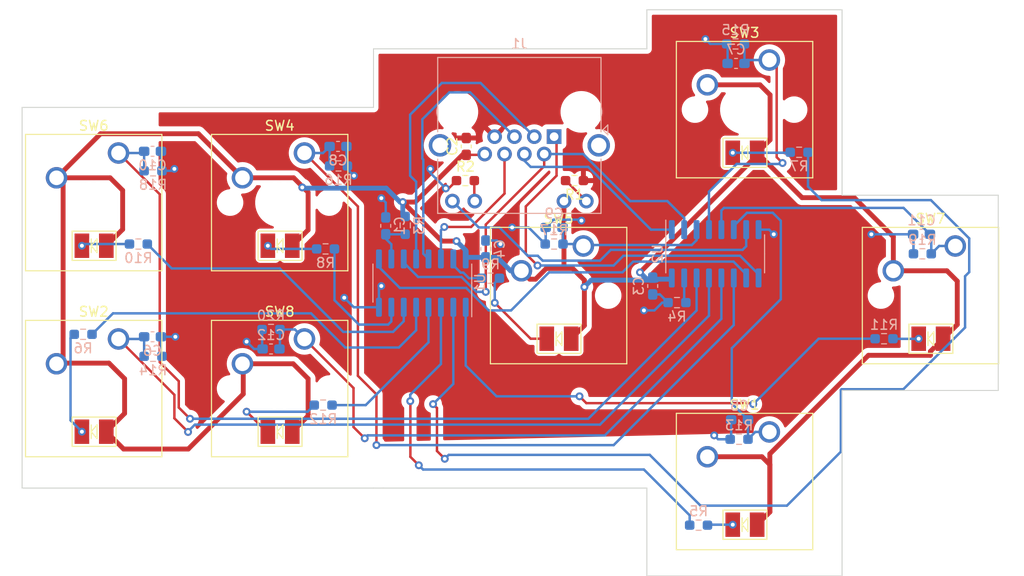
<source format=kicad_pcb>
(kicad_pcb (version 20211014) (generator pcbnew)
  (layers (0 "F.Cu" signal) (31 "B.Cu" signal) (34 "B.Paste" user) (35 "F.Paste" user) (36 "B.SilkS" user "B.Silkscreen") (37 "F.SilkS" user "F.Silkscreen") (38 "B.Mask" user) (39 "F.Mask" user) (44 "Edge.Cuts" user))
  (net 0 "")
  (net 1 "/dout_clear_n")
  (net 2 "GND")
  (net 3 "+3V3")
  (net 4 "/din0")
  (net 5 "/din1")
  (net 6 "/din2")
  (net 7 "/din3")
  (net 8 "/din4")
  (net 9 "/din5")
  (net 10 "/din6")
  (net 11 "/din7")
  (net 12 "/dout")
  (net 13 "/dout_shift_clk")
  (net 14 "/clk")
  (net 15 "/din_pl_n")
  (net 16 "/dout_oe_n")
  (net 17 "/din")
  (net 19 "Net-(J1-Pad9)")
  (net 20 "Net-(J1-Pad11)")
  (net 21 "/in_act")
  (net 22 "/din_clk_en_n")
  (net 23 "/dout0")
  (net 24 "/dout1")
  (net 25 "/dout2")
  (net 26 "/dout3")
  (net 27 "/dout4")
  (net 28 "/dout5")
  (net 29 "/dout6")
  (net 30 "/dout7")
  (net 31 "/data_shift")
  (net 32 "Net-(R5-Pad1)")
  (net 33 "Net-(R7-Pad1)")
  (net 34 "Net-(R8-Pad1)")
  (net 35 "Net-(R9-Pad1)")
  (net 36 "Net-(R10-Pad1)")
  (net 37 "Net-(R11-Pad1)")
  (net 38 "Net-(R12-Pad1)")
  (net 39 "Net-(SW2-Pad3)")
  (footprint "Resistor_SMD:R_0603_1608Metric_Pad0.98x0.95mm_HandSolder" (layer "F.Cu") (at 189.5875 69.5 180)
    (fp_text reference "R1")
    (fp_text value "1k")
  )
  (footprint "Resistor_SMD:R_0603_1608Metric_Pad0.98x0.95mm_HandSolder" (layer "F.Cu") (at 178.4125 69.5)
    (fp_text reference "R2")
    (fp_text value "1k")
  )
  (footprint "good_things:SW_Cherry_MX_1.00u_PCB_smd_led" (layer "F.Cu") (at 142.875 85.725)
    (fp_text reference "SW2")
    (fp_text value "SW_Push_LED")
  )
  (footprint "good_things:SW_Cherry_MX_1.00u_PCB_smd_led" (layer "F.Cu") (at 142.875 66.675)
    (fp_text reference "SW6")
    (fp_text value "SW_Push_LED")
  )
  (footprint "good_things:SW_Cherry_MX_1.00u_PCB_smd_led" (layer "F.Cu") (at 209.55 95.25)
    (fp_text reference "SW1")
    (fp_text value "SW_Push_LED")
  )
  (footprint "good_things:SW_Cherry_MX_1.00u_PCB_smd_led" (layer "F.Cu") (at 190.5 76.2)
    (fp_text reference "SW5")
    (fp_text value "SW_Push_LED")
  )
  (footprint "Capacitor_SMD:C_0603_1608Metric_Pad1.08x0.95mm_HandSolder" (layer "F.Cu") (at 178.5 66 90)
    (fp_text reference "C2")
    (fp_text value "4u7")
  )
  (footprint "good_things:SW_Cherry_MX_1.00u_PCB_smd_led" (layer "F.Cu") (at 161.925 66.675)
    (fp_text reference "SW4")
    (fp_text value "SW_Push_LED")
  )
  (footprint "good_things:SW_Cherry_MX_1.00u_PCB_smd_led" (layer "F.Cu") (at 161.925 85.725)
    (fp_text reference "SW8")
    (fp_text value "SW_Push_LED")
  )
  (footprint "good_things:SW_Cherry_MX_1.00u_PCB_smd_led" (layer "F.Cu") (at 209.55 57.15)
    (fp_text reference "SW3")
    (fp_text value "SW_Push_LED")
  )
  (footprint "good_things:SW_Cherry_MX_1.00u_PCB_smd_led" (layer "F.Cu") (at 228.6 76.2)
    (fp_text reference "SW7")
    (fp_text value "SW_Push_LED")
  )
  (footprint "Resistor_SMD:R_0603_1608Metric_Pad0.98x0.95mm_HandSolder" (layer "B.Cu") (at 158.5 84.75 180)
    (fp_text reference "R20")
    (fp_text value "10k")
  )
  (footprint "Resistor_SMD:R_0603_1608Metric_Pad0.98x0.95mm_HandSolder" (layer "B.Cu") (at 225.225 77 180)
    (fp_text reference "R19")
    (fp_text value "10k")
  )
  (footprint "Resistor_SMD:R_0603_1608Metric_Pad0.98x0.95mm_HandSolder" (layer "B.Cu") (at 144.9125 76)
    (fp_text reference "R10")
    (fp_text value "680")
  )
  (footprint "Capacitor_SMD:C_0603_1608Metric_Pad1.08x0.95mm_HandSolder" (layer "B.Cu") (at 197.6 80.3 -90)
    (fp_text reference "C3")
    (fp_text value "100n")
  )
  (footprint "Capacitor_SMD:C_0603_1608Metric_Pad1.08x0.95mm_HandSolder" (layer "B.Cu") (at 170.25 74.1375 90)
    (fp_text reference "C1")
    (fp_text value "100n")
  )
  (footprint "Capacitor_SMD:C_0603_1608Metric_Pad1.08x0.95mm_HandSolder" (layer "B.Cu") (at 146.3625 85.5)
    (fp_text reference "C6")
    (fp_text value "100n")
  )
  (footprint "Capacitor_SMD:C_0603_1608Metric_Pad1.08x0.95mm_HandSolder" (layer "B.Cu") (at 165.3625 66)
    (fp_text reference "C8")
    (fp_text value "100n")
  )
  (footprint "Resistor_SMD:R_0603_1608Metric_Pad0.98x0.95mm_HandSolder" (layer "B.Cu") (at 146.4125 68.5)
    (fp_text reference "R18")
    (fp_text value "10k")
  )
  (footprint "Resistor_SMD:R_0603_1608Metric_Pad0.98x0.95mm_HandSolder" (layer "B.Cu") (at 172.25 74.0875 90)
    (fp_text reference "R3")
    (fp_text value "10k")
  )
  (footprint "Resistor_SMD:R_0603_1608Metric_Pad0.98x0.95mm_HandSolder" (layer "B.Cu") (at 206.45 96 180)
    (fp_text reference "R13")
    (fp_text value "10k")
  )
  (footprint "Resistor_SMD:R_0603_1608Metric_Pad0.98x0.95mm_HandSolder" (layer "B.Cu") (at 206.0875 55.5 180)
    (fp_text reference "R15")
    (fp_text value "10k")
  )
  (footprint "Resistor_SMD:R_0603_1608Metric_Pad0.98x0.95mm_HandSolder" (layer "B.Cu") (at 163.8375 92.5)
    (fp_text reference "R12")
    (fp_text value "680")
  )
  (footprint "Resistor_SMD:R_0603_1608Metric_Pad0.98x0.95mm_HandSolder" (layer "B.Cu") (at 212.6 66.6)
    (fp_text reference "R7")
    (fp_text value "680")
  )
  (footprint "Resistor_SMD:R_0603_1608Metric_Pad0.98x0.95mm_HandSolder" (layer "B.Cu") (at 164.0875 76.5)
    (fp_text reference "R8")
    (fp_text value "680")
  )
  (footprint "Connector_RJ:RJ45_Amphenol_RJHSE538X" (layer "B.Cu") (at 187.5 65 180)
    (fp_text reference "J1")
    (fp_text value "RJE37-188-2410")
  )
  (footprint "Capacitor_SMD:C_0603_1608Metric_Pad1.08x0.95mm_HandSolder" (layer "B.Cu") (at 158.5 86.75 180)
    (fp_text reference "C12")
    (fp_text value "100n")
  )
  (footprint "Resistor_SMD:R_0603_1608Metric_Pad0.98x0.95mm_HandSolder" (layer "B.Cu") (at 165.4125 68)
    (fp_text reference "R16")
    (fp_text value "10k")
  )
  (footprint "Resistor_SMD:R_0603_1608Metric_Pad0.98x0.95mm_HandSolder" (layer "B.Cu") (at 200.0875 82)
    (fp_text reference "R4")
    (fp_text value "10k")
  )
  (footprint "Capacitor_SMD:C_0603_1608Metric_Pad1.08x0.95mm_HandSolder" (layer "B.Cu") (at 146.3625 66.5)
    (fp_text reference "C10")
    (fp_text value "100n")
  )
  (footprint "Package_SO:SOIC-16_3.9x9.9mm_P1.27mm" (layer "B.Cu") (at 204 77 -90)
    (fp_text reference "U2")
    (fp_text value "74HC165")
  )
  (footprint "Resistor_SMD:R_0603_1608Metric_Pad0.98x0.95mm_HandSolder" (layer "B.Cu") (at 187.5 76 180)
    (fp_text reference "R17")
    (fp_text value "10k")
  )
  (footprint "Resistor_SMD:R_0603_1608Metric_Pad0.98x0.95mm_HandSolder" (layer "B.Cu") (at 180.9875 79.5 180)
    (fp_text reference "R9")
    (fp_text value "680")
  )
  (footprint "Package_SO:SOIC-16_3.9x9.9mm_P1.27mm" (layer "B.Cu") (at 174 80 90)
    (fp_text reference "U1")
    (fp_text value "NPIC6C596ADJ")
  )
  (footprint "Capacitor_SMD:C_0603_1608Metric_Pad1.08x0.95mm_HandSolder" (layer "B.Cu") (at 225.1375 75 180)
    (fp_text reference "C11")
    (fp_text value "100n")
  )
  (footprint "Resistor_SMD:R_0603_1608Metric_Pad0.98x0.95mm_HandSolder" (layer "B.Cu") (at 221.3 85.7 180)
    (fp_text reference "R11")
    (fp_text value "680")
  )
  (footprint "Capacitor_SMD:C_0603_1608Metric_Pad1.08x0.95mm_HandSolder" (layer "B.Cu") (at 206.1375 57.5 180)
    (fp_text reference "C7")
    (fp_text value "100n")
  )
  (footprint "Capacitor_SMD:C_0603_1608Metric_Pad1.08x0.95mm_HandSolder" (layer "B.Cu") (at 180.5 76.5 90)
    (fp_text reference "C4")
    (fp_text value "100n")
  )
  (footprint "Resistor_SMD:R_0603_1608Metric_Pad0.98x0.95mm_HandSolder" (layer "B.Cu") (at 146.4125 87.5)
    (fp_text reference "R14")
    (fp_text value "10k")
  )
  (footprint "Capacitor_SMD:C_0603_1608Metric_Pad1.08x0.95mm_HandSolder" (layer "B.Cu") (at 206.5 94 180)
    (fp_text reference "C5")
    (fp_text value "100n")
  )
  (footprint "Capacitor_SMD:C_0603_1608Metric_Pad1.08x0.95mm_HandSolder" (layer "B.Cu") (at 187.5 74.3 180)
    (fp_text reference "C9")
    (fp_text value "100n")
  )
  (footprint "Resistor_SMD:R_0603_1608Metric_Pad0.98x0.95mm_HandSolder" (layer "B.Cu") (at 139.25 85.25)
    (fp_text reference "R6")
    (fp_text value "680")
  )
  (footprint "Resistor_SMD:R_0603_1608Metric_Pad0.98x0.95mm_HandSolder" (layer "B.Cu") (at 202.3 104.8 180)
    (fp_text reference "R5")
    (fp_text value "680")
  )
  (gr_line (start 133 101) (end 169 101) (layer "Edge.Cuts") (width 0.1))
  (gr_line (start 169 101) (end 170 101) (layer "Edge.Cuts") (width 0.1))
  (gr_line (start 217 71) (end 217 52) (layer "Edge.Cuts") (width 0.1))
  (gr_line (start 233 91) (end 233 71) (layer "Edge.Cuts") (width 0.1))
  (gr_line (start 233 71) (end 217 71) (layer "Edge.Cuts") (width 0.1))
  (gr_line (start 133 62) (end 133 101) (layer "Edge.Cuts") (width 0.1))
  (gr_line (start 197 56) (end 197 56) (layer "Edge.Cuts") (width 0.1))
  (gr_line (start 170 101) (end 197 101) (layer "Edge.Cuts") (width 0.1))
  (gr_line (start 217 52) (end 197 52) (layer "Edge.Cuts") (width 0.1))
  (gr_line (start 217 91) (end 233 91) (layer "Edge.Cuts") (width 0.1))
  (gr_line (start 197 110) (end 217 110) (layer "Edge.Cuts") (width 0.1))
  (gr_line (start 169 56) (end 169 58) (layer "Edge.Cuts") (width 0.1))
  (gr_line (start 197 101) (end 197 110) (layer "Edge.Cuts") (width 0.1))
  (gr_line (start 197 52) (end 197 56) (layer "Edge.Cuts") (width 0.1))
  (gr_line (start 169 58) (end 169 62) (layer "Edge.Cuts") (width 0.1))
  (gr_line (start 169 62) (end 133 62) (layer "Edge.Cuts") (width 0.1))
  (gr_line (start 197 56) (end 169 56) (layer "Edge.Cuts") (width 0.1))
  (gr_line (start 217 110) (end 217 91) (layer "Edge.Cuts") (width 0.1))
  (segment (start 170.825 76.025) (end 170.825 77.525) (width 0.25) (layer "B.Cu") (net 1))
  (segment (start 172.25 75) (end 170.25 75) (width 0.25) (layer "B.Cu") (net 1))
  (segment (start 170.25 75) (end 170.25 75.45) (width 0.25) (layer "B.Cu") (net 1))
  (segment (start 170.25 75.45) (end 170.825 76.025) (width 0.25) (layer "B.Cu") (net 1))
  (segment (start 177.1 69.9) (end 176.7 70.3) (width 0.25) (layer "F.Cu") (net 2))
  (segment (start 177.5 69.5) (end 177.1 69.9) (width 0.25) (layer "F.Cu") (net 2))
  (segment (start 176.7 70.3) (end 176.4 70.3) (width 0.25) (layer "F.Cu") (net 2))
  (via (at 183.2 74.3) (size 0.8) (drill 0.4) (layers "F.Cu" "B.Cu") (net 2))
  (via (at 166 81.5) (size 0.8) (drill 0.4) (layers "F.Cu" "B.Cu") (net 2))
  (via (at 182 76) (size 0.8) (drill 0.4) (layers "F.Cu" "B.Cu") (net 2))
  (via (at 169.8 80.3) (size 0.8) (drill 0.4) (layers "F.Cu" "B.Cu") (net 2))
  (via (at 148.6 68.3) (size 0.8) (drill 0.4) (layers "F.Cu" "B.Cu") (net 2))
  (via (at 156 86) (size 0.8) (drill 0.4) (layers "F.Cu" "B.Cu") (net 2))
  (via (at 190.3 73.6) (size 0.8) (drill 0.4) (layers "F.Cu" "B.Cu") (net 2))
  (via (at 220 75) (size 0.8) (drill 0.4) (layers "F.Cu" "B.Cu") (net 2))
  (via (at 167 69) (size 0.8) (drill 0.4) (layers "F.Cu" "B.Cu") (net 2))
  (via (at 148.7 85.5) (size 0.8) (drill 0.4) (layers "F.Cu" "B.Cu") (net 2))
  (via (at 203.9 95.6) (size 0.8) (drill 0.4) (layers "F.Cu" "B.Cu") (net 2))
  (via (at 176.4 70.3) (size 0.8) (drill 0.4) (layers "F.Cu" "B.Cu") (net 2))
  (via (at 174.8245 68.3) (size 0.8) (drill 0.4) (layers "F.Cu" "B.Cu") (net 2))
  (via (at 210 75) (size 0.8) (drill 0.4) (layers "F.Cu" "B.Cu") (net 2))
  (via (at 196.7 82.8) (size 0.8) (drill 0.4) (layers "F.Cu" "B.Cu") (net 2))
  (via (at 169.8 71.3) (size 0.8) (drill 0.4) (layers "F.Cu" "B.Cu") (net 2))
  (via (at 203 55) (size 0.8) (drill 0.4) (layers "F.Cu" "B.Cu") (net 2))
  (segment (start 205.6375 94) (end 205.6375 95.9) (width 0.25) (layer "B.Cu") (net 2))
  (segment (start 180.5 75.6375) (end 181.6375 75.6375) (width 0.25) (layer "B.Cu") (net 2))
  (segment (start 224.3125 77) (end 224.3125 75.0375) (width 0.25) (layer "B.Cu") (net 2))
  (segment (start 148.4 68.5) (end 148.6 68.3) (width 0.25) (layer "B.Cu") (net 2))
  (segment (start 205.275 55.6) (end 205.175 55.5) (width 0.25) (layer "B.Cu") (net 2))
  (segment (start 147.225 85.5) (end 148.7 85.5) (width 0.25) (layer "B.Cu") (net 2))
  (segment (start 174.8245 68.7245) (end 174.8245 68.3) (width 0.25) (layer "B.Cu") (net 2))
  (segment (start 198.3375 81.1625) (end 199.175 82) (width 0.25) (layer "B.Cu") (net 2))
  (segment (start 166.225 66) (end 166.225 67.9) (width 0.25) (layer "B.Cu") (net 2))
  (segment (start 166.325 68.325) (end 167 69) (width 0.25) (layer "B.Cu") (net 2))
  (segment (start 187.43702 73.50048) (end 190.20048 73.50048) (width 0.25) (layer "B.Cu") (net 2))
  (segment (start 186.6375 74.3) (end 187.43702 73.50048) (width 0.25) (layer "B.Cu") (net 2))
  (segment (start 224.3125 75.0375) (end 224.275 75) (width 0.25) (layer "B.Cu") (net 2))
  (segment (start 205.275 57.5) (end 205.275 55.6) (width 0.25) (layer "B.Cu") (net 2))
  (segment (start 169.8 71.3) (end 170.25 71.75) (width 0.25) (layer "B.Cu") (net 2))
  (segment (start 147.225 87.4) (end 147.325 87.5) (width 0.25) (layer "B.Cu") (net 2))
  (segment (start 197.6 81.1625) (end 198.3375 81.1625) (width 0.25) (layer "B.Cu") (net 2))
  (segment (start 196.7 82.8) (end 197.775 82.8) (width 0.25) (layer "B.Cu") (net 2))
  (segment (start 224.275 75) (end 220 75) (width 0.25) (layer "B.Cu") (net 2))
  (segment (start 197.775 82.8) (end 198.575 82) (width 0.25) (layer "B.Cu") (net 2))
  (segment (start 208.445 74.525) (end 209.525 74.525) (width 0.25) (layer "B.Cu") (net 2))
  (segment (start 169.555 80.545) (end 169.8 80.3) (width 0.25) (layer "B.Cu") (net 2))
  (segment (start 156.75 86.75) (end 156 86) (width 0.25) (layer "B.Cu") (net 2))
  (segment (start 186.6375 75.95) (end 186.5875 76) (width 0.25) (layer "B.Cu") (net 2))
  (segment (start 204.3 96) (end 203.9 95.6) (width 0.25) (layer "B.Cu") (net 2))
  (segment (start 183.2 74.3) (end 184.8875 74.3) (width 0.25) (layer "B.Cu") (net 2))
  (segment (start 147.225 85.5) (end 147.225 87.4) (width 0.25) (layer "B.Cu") (net 2))
  (segment (start 176.4 70.3) (end 174.8245 68.7245) (width 0.25) (layer "B.Cu") (net 2))
  (segment (start 205.5375 96) (end 204.3 96) (width 0.25) (layer "B.Cu") (net 2))
  (segment (start 205.6375 95.9) (end 205.5375 96) (width 0.25) (layer "B.Cu") (net 2))
  (segment (start 147.325 68.5) (end 148.4 68.5) (width 0.25) (layer "B.Cu") (net 2))
  (segment (start 166 81.5) (end 166.975 82.475) (width 0.25) (layer "B.Cu") (net 2))
  (segment (start 166.325 68) (end 166.325 68.325) (width 0.25) (layer "B.Cu") (net 2))
  (segment (start 181.6375 75.6375) (end 182 76) (width 0.25) (layer "B.Cu") (net 2))
  (segment (start 205.175 55.5) (end 203.5 55.5) (width 0.25) (layer "B.Cu") (net 2))
  (segment (start 184.8875 74.3) (end 186.5875 76) (width 0.25) (layer "B.Cu") (net 2))
  (segment (start 157.5875 84.75) (end 157.5875 86.7) (width 0.25) (layer "B.Cu") (net 2))
  (segment (start 147.225 68.4) (end 147.325 68.5) (width 0.25) (layer "B.Cu") (net 2))
  (segment (start 186.6375 74.3) (end 186.6375 75.95) (width 0.25) (layer "B.Cu") (net 2))
  (segment (start 198.575 82) (end 199.175 82) (width 0.25) (layer "B.Cu") (net 2))
  (segment (start 170.25 71.75) (end 170.25 73.275) (width 0.25) (layer "B.Cu") (net 2))
  (segment (start 166.975 82.475) (end 169.555 82.475) (width 0.25) (layer "B.Cu") (net 2))
  (segment (start 166.225 67.9) (end 166.325 68) (width 0.25) (layer "B.Cu") (net 2))
  (segment (start 203.5 55.5) (end 203 55) (width 0.25) (layer "B.Cu") (net 2))
  (segment (start 190.20048 73.50048) (end 190.3 73.6) (width 0.25) (layer "B.Cu") (net 2))
  (segment (start 157.6375 86.75) (end 156.75 86.75) (width 0.25) (layer "B.Cu") (net 2))
  (segment (start 209.525 74.525) (end 210 75) (width 0.25) (layer "B.Cu") (net 2))
  (segment (start 147.225 66.5) (end 147.225 68.4) (width 0.25) (layer "B.Cu") (net 2))
  (segment (start 169.555 82.475) (end 169.555 80.545) (width 0.25) (layer "B.Cu") (net 2))
  (segment (start 157.5875 86.7) (end 157.6375 86.75) (width 0.25) (layer "B.Cu") (net 2))
  (segment (start 162.3 93.6) (end 162.3 89.8) (width 0.5) (layer "F.Cu") (net 3))
  (segment (start 160.675 76.175) (end 162.3 74.55) (width 0.5) (layer "F.Cu") (net 3))
  (segment (start 151.06 64.7) (end 155.575 69.215) (width 0.5) (layer "F.Cu") (net 3))
  (segment (start 160.675 95.225) (end 162.3 93.6) (width 0.5) (layer "F.Cu") (net 3))
  (segment (start 208.3 104.75) (end 209.384521 103.665479) (width 0.5) (layer "F.Cu") (net 3))
  (segment (start 162.3 89.8) (end 160.765 88.265) (width 0.5) (layer "F.Cu") (net 3))
  (segment (start 228.8 84.25) (end 228.8 79.8) (width 0.5) (layer "F.Cu") (net 3))
  (segment (start 208.3 66.9) (end 196.3 78.9) (width 0.5) (layer "F.Cu") (net 3))
  (segment (start 226.049511 87.000489) (end 226.049511 87.399511) (width 0.5) (layer "F.Cu") (net 3))
  (segment (start 143.3 74.5) (end 143.3 70.5) (width 0.5) (layer "F.Cu") (net 3))
  (segment (start 208.59 59.69) (end 203.2 59.69) (width 0.5) (layer "F.Cu") (net 3))
  (segment (start 141.9 88.2) (end 136.59 88.2) (width 0.5) (layer "F.Cu") (net 3))
  (segment (start 160.815 69.215) (end 155.575 69.215) (width 0.5) (layer "F.Cu") (net 3))
  (segment (start 173.275386 71.7) (end 178.195386 66.78) (width 0.5) (layer "F.Cu") (net 3))
  (segment (start 209.62548 60.72548) (end 208.59 59.69) (width 0.5) (layer "F.Cu") (net 3))
  (segment (start 209.62548 65.32452) (end 209.62548 60.72548) (width 0.5) (layer "F.Cu") (net 3))
  (segment (start 227.74 78.74) (end 222.25 78.74) (width 0.5) (layer "F.Cu") (net 3))
  (segment (start 143.3 70.5) (end 142.015 69.215) (width 0.5) (layer "F.Cu") (net 3))
  (segment (start 219.700489 87.399511) (end 209.6 97.5) (width 0.5) (layer "F.Cu") (net 3))
  (segment (start 190.6 79.7) (end 189.805479 78.905479) (width 0.5) (layer "F.Cu") (net 3))
  (segment (start 190.2 79.3) (end 189.4 78.5) (width 0.5) (layer "F.Cu") (net 3))
  (segment (start 218.25002 71.25002) (end 212.90002 71.25002) (width 0.5) (layer "F.Cu") (net 3))
  (segment (start 136.59 88.2) (end 136.525 88.265) (width 0.5) (layer "F.Cu") (net 3))
  (segment (start 208.79 97.79) (end 203.2 97.79) (width 0.5) (layer "F.Cu") (net 3))
  (segment (start 209.6 103.45) (end 209.6 98.6) (width 0.5) (layer "F.Cu") (net 3))
  (segment (start 178.5 66.8625) (end 180.3055 66.8625) (width 0.25) (layer "F.Cu") (net 3))
  (segment (start 208.3 66.65) (end 209.62548 65.32452) (width 0.5) (layer "F.Cu") (net 3))
  (segment (start 141.04 64.7) (end 151.06 64.7) (width 0.5) (layer "F.Cu") (net 3))
  (segment (start 228.8 79.8) (end 227.74 78.74) (width 0.5) (layer "F.Cu") (net 3))
  (segment (start 190.6 80.4) (end 190.6 79.7) (width 0.5) (layer "F.Cu") (net 3))
  (segment (start 162.3 70.7) (end 160.815 69.215) (width 0.5) (layer "F.Cu") (net 3))
  (segment (start 141.625 95.225) (end 143.4 97) (width 0.5) (layer "F.Cu") (net 3))
  (segment (start 209.6 103.45) (end 209.384521 103.665479) (width 0.5) (layer "F.Cu") (net 3))
  (segment (start 227.35 85.7) (end 226.049511 87.000489) (width 0.5) (layer "F.Cu") (net 3))
  (segment (start 226.049511 87.399511) (end 219.700489 87.399511) (width 0.5) (layer "F.Cu") (net 3))
  (segment (start 222.25 78.74) (end 222.25 75.25) (width 0.5) (layer "F.Cu") (net 3))
  (segment (start 143.5 89.8) (end 141.9 88.2) (width 0.5) (layer "F.Cu") (net 3))
  (segment (start 177.5 75.7) (end 176 75.7) (width 0.5) (layer "F.Cu") (net 3))
  (segment (start 160.765 88.265) (end 155.575 88.265) (width 0.5) (layer "F.Cu") (net 3))
  (segment (start 136.525 69.215) (end 141.04 64.7) (width 0.5) (layer "F.Cu") (net 3))
  (segment (start 155.654521 91.363991) (end 155.654521 88.344521) (width 0.5) (layer "F.Cu") (net 3))
  (segment (start 209.6 98.6) (end 208.79 97.79) (width 0.5) (layer "F.Cu") (net 3))
  (segment (start 186.701391 78.5) (end 185.601391 79.6) (width 0.5) (layer "F.Cu") (net 3))
  (segment (start 189.25 85.7) (end 190.6 84.35) (width 0.5) (layer "F.Cu") (net 3))
  (segment (start 208.3 66.65) (end 208.3 66.9) (width 0.5) (layer "F.Cu") (net 3))
  (segment (start 142.015 69.215) (end 136.525 69.215) (width 0.5) (layer "F.Cu") (net 3))
  (segment (start 212.90002 71.25002) (end 208.3 66.65) (width 0.5) (layer "F.Cu") (net 3))
  (segment (start 172 71.7) (end 173.275386 71.7) (width 0.5) (layer "F.Cu") (net 3))
  (segment (start 188.51 71.6) (end 188.51 78.31) (width 0.5) (layer "F.Cu") (net 3))
  (segment (start 141.625 95.225) (end 143.5 93.35) (width 0.5) (layer "F.Cu") (net 3))
  (segment (start 209.6 97.5) (end 209.6 103.45) (width 0.5) (layer "F.Cu") (net 3))
  (segment (start 143.5 93.35) (end 143.5 89.8) (width 0.5) (layer "F.Cu") (net 3))
  (segment (start 143.4 97) (end 150.018512 97) (width 0.5) (layer "F.Cu") (net 3))
  (segment (start 141.625 76.175) (end 143.3 74.5) (width 0.5) (layer "F.Cu") (net 3))
  (segment (start 150.018512 97) (end 155.654521 91.363991) (width 0.5) (layer "F.Cu") (net 3))
  (segment (start 185.601391 79.6) (end 185.01 79.6) (width 0.5) (layer "F.Cu") (net 3))
  (segment (start 155.654521 88.344521) (end 155.575 88.265) (width 0.5) (layer "F.Cu") (net 3))
  (segment (start 137.2 69.89) (end 136.525 69.215) (width 0.5) (layer "F.Cu") (net 3))
  (segment (start 136.525 88.265) (end 137.2 87.59) (width 0.5) (layer "F.Cu") (net 3))
  (segment (start 222.25 75.25) (end 218.25002 71.25002) (width 0.5) (layer "F.Cu") (net 3))
  (segment (start 137.2 87.59) (end 137.2 69.89) (width 0.5) (layer "F.Cu") (net 3))
  (segment (start 190.6 84.35) (end 190.6 80.4) (width 0.5) (layer "F.Cu") (net 3))
  (segment (start 180.3055 66.8625) (end 180.388 66.78) (width 0.25) (layer "F.Cu") (net 3))
  (segment (start 189.4 78.5) (end 186.701391 78.5) (width 0.5) (layer "F.Cu") (net 3))
  (segment (start 185.01 79.6) (end 184.15 78.74) (width 0.5) (layer "F.Cu") (net 3))
  (segment (start 162.3 74.55) (end 162.3 70.7) (width 0.5) (layer "F.Cu") (net 3))
  (segment (start 227.35 85.7) (end 228.8 84.25) (width 0.5) (layer "F.Cu") (net 3))
  (segment (start 176 75.7) (end 172 71.7) (width 0.5) (layer "F.Cu") (net 3))
  (via (at 190.6 80.4) (size 0.8) (drill 0.4) (layers "F.Cu" "B.Cu") (net 3))
  (via (at 161.7 70.2) (size 0.8) (drill 0.4) (layers "F.Cu" "B.Cu") (net 3))
  (via (at 177.5 75.7) (size 0.8) (drill 0.4) (layers "F.Cu" "B.Cu") (net 3))
  (via (at 196.3 78.9) (size 0.8) (drill 0.4) (layers "F.Cu" "B.Cu") (net 3))
  (via (at 172 71.7) (size 0.8) (drill 0.4) (layers "F.Cu" "B.Cu") (net 3))
  (segment (start 161.7 70.2) (end 161.768064 70.2) (width 0.5) (layer "B.Cu") (net 3))
  (segment (start 178.445 77.525) (end 178.445 76.645) (width 0.5) (layer "B.Cu") (net 3))
  (segment (start 161.768064 70.2) (end 161.843553 70.275489) (width 0.5) (layer "B.Cu") (net 3))
  (segment (start 191.3 79.7) (end 190.6 80.4) (width 0.5) (layer "B.Cu") (net 3))
  (segment (start 197.9 79.6) (end 199.43 79.6) (width 0.5) (layer "B.Cu") (net 3))
  (segment (start 197.9 79.6) (end 197 79.6) (width 0.5) (layer "B.Cu") (net 3))
  (segment (start 178.6075 77.3625) (end 178.445 77.525) (width 0.5) (layer "B.Cu") (net 3))
  (segment (start 172 71.7) (end 172 72.925) (width 0.5) (layer "B.Cu") (net 3))
  (segment (start 199.43 79.6) (end 199.555 79.475) (width 0.5) (layer "B.Cu") (net 3))
  (segment (start 161.843553 70.275489) (end 170.300103 70.275489) (width 0.5) (layer "B.Cu") (net 3))
  (segment (start 171.724614 71.7) (end 172 71.7) (width 0.5) (layer "B.Cu") (net 3))
  (segment (start 184.15 78.74) (end 183.04 78.74) (width 0.5) (layer "B.Cu") (net 3))
  (segment (start 178.445 76.645) (end 177.5 75.7) (width 0.5) (layer "B.Cu") (net 3))
  (segment (start 180.5 77.3625) (end 178.6075 77.3625) (width 0.5) (layer "B.Cu") (net 3))
  (segment (start 197.9 79.6) (end 198 79.7) (width 0.5) (layer "B.Cu") (net 3))
  (segment (start 170.300103 70.275489) (end 171.724614 71.7) (width 0.5) (layer "B.Cu") (net 3))
  (segment (start 172 72.925) (end 172.25 73.175) (width 0.5) (layer "B.Cu") (net 3))
  (segment (start 197 79.6) (end 196.3 78.9) (width 0.5) (layer "B.Cu") (net 3))
  (segment (start 183.04 78.74) (end 181.6625 77.3625) (width 0.5) (layer "B.Cu") (net 3))
  (segment (start 198 79.7) (end 191.3 79.7) (width 0.5) (layer "B.Cu") (net 3))
  (segment (start 181.6625 77.3625) (end 180.5 77.3625) (width 0.5) (layer "B.Cu") (net 3))
  (segment (start 210.724511 81.650875) (end 205.7 86.675386) (width 0.25) (layer "B.Cu") (net 4))
  (segment (start 210.724511 73.624511) (end 210.724511 81.650875) (width 0.25) (layer "B.Cu") (net 4))
  (segment (start 209.9 72.8) (end 210.724511 73.624511) (width 0.25) (layer "B.Cu") (net 4))
  (segment (start 205.905 74.525) (end 205.905 74.148928) (width 0.25) (layer "B.Cu") (net 4))
  (segment (start 208.1125 95.25) (end 207.3625 96) (width 0.25) (layer "B.Cu") (net 4))
  (segment (start 205.905 74.148928) (end 207.253928 72.8) (width 0.25) (layer "B.Cu") (net 4))
  (segment (start 209.55 95.25) (end 208.1125 95.25) (width 0.25) (layer "B.Cu") (net 4))
  (segment (start 207.3625 96) (end 207.3625 94) (width 0.25) (layer "B.Cu") (net 4))
  (segment (start 205.7 86.675386) (end 205.7 92.3375) (width 0.25) (layer "B.Cu") (net 4))
  (segment (start 205.7 92.3375) (end 207.3625 94) (width 0.25) (layer "B.Cu") (net 4))
  (segment (start 207.253928 72.8) (end 209.9 72.8) (width 0.25) (layer "B.Cu") (net 4))
  (segment (start 150 95.25) (end 148.6 93.85) (width 0.25) (layer "F.Cu") (net 5))
  (segment (start 148.6 93.85) (end 148.6 91.45) (width 0.25) (layer "F.Cu") (net 5))
  (segment (start 148.6 91.45) (end 142.875 85.725) (width 0.25) (layer "F.Cu") (net 5))
  (via (at 150 95.25) (size 0.8) (drill 0.4) (layers "F.Cu" "B.Cu") (net 5))
  (segment (start 150.699511 94.500489) (end 192.199511 94.500489) (width 0.25) (layer "B.Cu") (net 5))
  (segment (start 192.199511 94.500489) (end 203.365 83.335) (width 0.25) (layer "B.Cu") (net 5))
  (segment (start 203.365 83.335) (end 203.365 79.475) (width 0.25) (layer "B.Cu") (net 5))
  (segment (start 145.5 87.5) (end 145.5 85.5) (width 0.25) (layer "B.Cu") (net 5))
  (segment (start 145.275 85.725) (end 142.875 85.725) (width 0.25) (layer "B.Cu") (net 5))
  (segment (start 150 95.25) (end 150 95.2) (width 0.25) (layer "B.Cu") (net 5))
  (segment (start 145.5 85.5) (end 145.275 85.725) (width 0.25) (layer "B.Cu") (net 5))
  (segment (start 150 95.2) (end 150.699511 94.500489) (width 0.25) (layer "B.Cu") (net 5))
  (segment (start 210.9 67.7) (end 210.3 67.1) (width 0.25) (layer "F.Cu") (net 6))
  (segment (start 210.3 57.9) (end 209.55 57.15) (width 0.25) (layer "F.Cu") (net 6))
  (segment (start 210.3 67.1) (end 210.3 57.9) (width 0.25) (layer "F.Cu") (net 6))
  (via (at 210.9 67.7) (size 0.8) (drill 0.4) (layers "F.Cu" "B.Cu") (net 6))
  (segment (start 203.365 70.635) (end 203.365 74.525) (width 0.25) (layer "B.Cu") (net 6))
  (segment (start 207.35 57.15) (end 207 57.5) (width 0.25) (layer "B.Cu") (net 6))
  (segment (start 210.9 67.7) (end 210.8 67.8) (width 0.25) (layer "B.Cu") (net 6))
  (segment (start 210.8 67.8) (end 206.2 67.8) (width 0.25) (layer "B.Cu") (net 6))
  (segment (start 206.2 67.8) (end 203.365 70.635) (width 0.25) (layer "B.Cu") (net 6))
  (segment (start 209.55 57.15) (end 207.35 57.15) (width 0.25) (layer "B.Cu") (net 6))
  (segment (start 207 57.5) (end 207 55.5) (width 0.25) (layer "B.Cu") (net 6))
  (segment (start 169.3 91.4) (end 167.4 89.5) (width 0.25) (layer "F.Cu") (net 7))
  (segment (start 167.4 72.15) (end 161.925 66.675) (width 0.25) (layer "F.Cu") (net 7))
  (segment (start 169.3 96.6) (end 169.3 91.4) (width 0.25) (layer "F.Cu") (net 7))
  (segment (start 167.4 89.5) (end 167.4 72.15) (width 0.25) (layer "F.Cu") (net 7))
  (via (at 169.3 96.6) (size 0.8) (drill 0.4) (layers "F.Cu" "B.Cu") (net 7))
  (segment (start 164.5 68) (end 164.5 66) (width 0.25) (layer "B.Cu") (net 7))
  (segment (start 163.825 66.675) (end 161.925 66.675) (width 0.25) (layer "B.Cu") (net 7))
  (segment (start 205.905 84.295) (end 205.905 79.475) (width 0.25) (layer "B.Cu") (net 7))
  (segment (start 193.6 96.6) (end 205.905 84.295) (width 0.25) (layer "B.Cu") (net 7))
  (segment (start 169.3 96.6) (end 193.6 96.6) (width 0.25) (layer "B.Cu") (net 7))
  (segment (start 164.5 66) (end 163.825 66.675) (width 0.25) (layer "B.Cu") (net 7))
  (segment (start 188.4125 76) (end 190.3 76) (width 0.25) (layer "B.Cu") (net 8))
  (segment (start 190.6 76.1) (end 201.6 76.1) (width 0.25) (layer "B.Cu") (net 8))
  (segment (start 190.5 76.2) (end 190.6 76.1) (width 0.25) (layer "B.Cu") (net 8))
  (segment (start 190.3 76) (end 190.5 76.2) (width 0.25) (layer "B.Cu") (net 8))
  (segment (start 188.4125 76) (end 188.4125 74.55) (width 0.25) (layer "B.Cu") (net 8))
  (segment (start 202.095 75.605) (end 202.095 74.525) (width 0.25) (layer "B.Cu") (net 8))
  (segment (start 201.6 76.1) (end 202.095 75.605) (width 0.25) (layer "B.Cu") (net 8))
  (segment (start 149.04952 90.04952) (end 149.04952 92.74952) (width 0.25) (layer "F.Cu") (net 9))
  (segment (start 147.1 88.1) (end 149.04952 90.04952) (width 0.25) (layer "F.Cu") (net 9))
  (segment (start 149.04952 92.74952) (end 150.2 93.9) (width 0.25) (layer "F.Cu") (net 9))
  (segment (start 142.875 66.675) (end 147.1 70.9) (width 0.25) (layer "F.Cu") (net 9))
  (segment (start 147.1 70.9) (end 147.1 88.1) (width 0.25) (layer "F.Cu") (net 9))
  (via (at 150.2 93.9) (size 0.8) (drill 0.4) (layers "F.Cu" "B.Cu") (net 9))
  (segment (start 202.095 79.475) (end 202.095 82.805) (width 0.25) (layer "B.Cu") (net 9))
  (segment (start 145.5 68.5) (end 145.5 66.5) (width 0.25) (layer "B.Cu") (net 9))
  (segment (start 145.325 66.675) (end 142.875 66.675) (width 0.25) (layer "B.Cu") (net 9))
  (segment (start 145.5 66.5) (end 145.325 66.675) (width 0.25) (layer "B.Cu") (net 9))
  (segment (start 191 93.9) (end 150.2 93.9) (width 0.25) (layer "B.Cu") (net 9))
  (segment (start 202.095 82.805) (end 191 93.9) (width 0.25) (layer "B.Cu") (net 9))
  (segment (start 204.635 74.525) (end 204.635 72.565) (width 0.25) (layer "B.Cu") (net 10))
  (segment (start 226.9375 76.2) (end 226.1375 77) (width 0.25) (layer "B.Cu") (net 10))
  (segment (start 204.9 72.3) (end 223.3 72.3) (width 0.25) (layer "B.Cu") (net 10))
  (segment (start 226.1375 77) (end 226.1375 75.1375) (width 0.25) (layer "B.Cu") (net 10))
  (segment (start 228.6 76.2) (end 226.9375 76.2) (width 0.25) (layer "B.Cu") (net 10))
  (segment (start 226.1375 75.1375) (end 226 75) (width 0.25) (layer "B.Cu") (net 10))
  (segment (start 204.635 72.565) (end 204.9 72.3) (width 0.25) (layer "B.Cu") (net 10))
  (segment (start 223.3 72.3) (end 226 75) (width 0.25) (layer "B.Cu") (net 10))
  (segment (start 166.95048 90.75048) (end 166.95048 94.75048) (width 0.25) (layer "F.Cu") (net 11))
  (segment (start 161.925 85.725) (end 166.95048 90.75048) (width 0.25) (layer "F.Cu") (net 11))
  (segment (start 166.95048 94.75048) (end 168.1 95.9) (width 0.25) (layer "F.Cu") (net 11))
  (via (at 168.1 95.9) (size 0.8) (drill 0.4) (layers "F.Cu" "B.Cu") (net 11))
  (segment (start 204.635 83.665) (end 192.7 95.6) (width 0.25) (layer "B.Cu") (net 11))
  (segment (start 204.635 79.475) (end 204.635 83.665) (width 0.25) (layer "B.Cu") (net 11))
  (segment (start 160.95 84.75) (end 159.4125 84.75) (width 0.25) (layer "B.Cu") (net 11))
  (segment (start 159.4125 84.75) (end 159.4125 86.7) (width 0.25) (layer "B.Cu") (net 11))
  (segment (start 192.7 95.6) (end 168.4 95.6) (width 0.25) (layer "B.Cu") (net 11))
  (segment (start 168.4 95.6) (end 168.1 95.9) (width 0.25) (layer "B.Cu") (net 11))
  (segment (start 161.925 85.725) (end 160.95 84.75) (width 0.25) (layer "B.Cu") (net 11))
  (segment (start 184.6 72.15) (end 187.75 69) (width 0.25) (layer "F.Cu") (net 12))
  (segment (start 184.6 77) (end 184.6 72.15) (width 0.25) (layer "F.Cu") (net 12))
  (segment (start 187.75 69) (end 187.75 65.25) (width 0.25) (layer "F.Cu") (net 12))
  (segment (start 187.75 65.25) (end 187.5 65) (width 0.25) (layer "F.Cu") (net 12))
  (segment (start 185.8 78.2) (end 184.6 77) (width 0.25) (layer "F.Cu") (net 12))
  (via (at 185.8 78.2) (size 0.8) (drill 0.4) (layers "F.Cu" "B.Cu") (net 12))
  (segment (start 185.8 78.2) (end 193.6 78.2) (width 0.25) (layer "B.Cu") (net 12))
  (segment (start 194.6 77.2) (end 206.546072 77.2) (width 0.25) (layer "B.Cu") (net 12))
  (segment (start 208.445 79.098928) (end 208.445 79.475) (width 0.25) (layer "B.Cu") (net 12))
  (segment (start 193.6 78.2) (end 194.6 77.2) (width 0.25) (layer "B.Cu") (net 12))
  (segment (start 206.546072 77.2) (end 208.445 79.098928) (width 0.25) (layer "B.Cu") (net 12))
  (segment (start 185.468 65) (end 179.968 59.5) (width 0.25) (layer "B.Cu") (net 13))
  (segment (start 179.968 59.5) (end 176 59.5) (width 0.25) (layer "B.Cu") (net 13))
  (segment (start 173.365 69.615) (end 173.365 77.525) (width 0.25) (layer "B.Cu") (net 13))
  (segment (start 172.75 62.75) (end 172.75 69) (width 0.25) (layer "B.Cu") (net 13))
  (segment (start 172.75 69) (end 173.365 69.615) (width 0.25) (layer "B.Cu") (net 13))
  (segment (start 176 59.5) (end 172.75 62.75) (width 0.25) (layer "B.Cu") (net 13))
  (segment (start 180.5 74.007) (end 186.484 68.023) (width 0.25) (layer "F.Cu") (net 14))
  (segment (start 180.5 80.9) (end 180.5 74.007) (width 0.25) (layer "F.Cu") (net 14))
  (segment (start 186.484 68.023) (end 186.484 66.78) (width 0.25) (layer "F.Cu") (net 14))
  (via (at 180.5 80.9) (size 0.8) (drill 0.4) (layers "F.Cu" "B.Cu") (net 14))
  (segment (start 200.825 73.325) (end 200.825 74.525) (width 0.25) (layer "B.Cu") (net 14))
  (segment (start 178.01371 79.3755) (end 173.569428 79.3755) (width 0.25) (layer "B.Cu") (net 14))
  (segment (start 195.3 71.6) (end 199.1 71.6) (width 0.25) (layer "B.Cu") (net 14))
  (segment (start 172.095 77.901072) (end 172.095 77.525) (width 0.25) (layer "B.Cu") (net 14))
  (segment (start 186.484 66.78) (end 190.48 66.78) (width 0.25) (layer "B.Cu") (net 14))
  (segment (start 199.1 71.6) (end 200.825 73.325) (width 0.25) (layer "B.Cu") (net 14))
  (segment (start 173.569428 79.3755) (end 172.095 77.901072) (width 0.25) (layer "B.Cu") (net 14))
  (segment (start 180.5 80.9) (end 179.53821 80.9) (width 0.25) (layer "B.Cu") (net 14))
  (segment (start 190.48 66.78) (end 195.3 71.6) (width 0.25) (layer "B.Cu") (net 14))
  (segment (start 179.53821 80.9) (end 178.01371 79.3755) (width 0.25) (layer "B.Cu") (net 14))
  (segment (start 185.1 68.1) (end 191 68.1) (width 0.25) (layer "B.Cu") (net 15))
  (segment (start 191 68.1) (end 197.425 74.525) (width 0.25) (layer "B.Cu") (net 15))
  (segment (start 184.452 67.452) (end 185.1 68.1) (width 0.25) (layer "B.Cu") (net 15))
  (segment (start 184.452 66.78) (end 184.452 67.452) (width 0.25) (layer "B.Cu") (net 15))
  (segment (start 197.425 74.525) (end 199.555 74.525) (width 0.25) (layer "B.Cu") (net 15))
  (segment (start 174 63.222249) (end 174 67.25) (width 0.25) (layer "B.Cu") (net 16))
  (segment (start 174.1 76.99) (end 174.635 77.525) (width 0.25) (layer "B.Cu") (net 16))
  (segment (start 174 67.25) (end 174.1 67.35) (width 0.25) (layer "B.Cu") (net 16))
  (segment (start 178.896479 60.460479) (end 176.76177 60.460479) (width 0.25) (layer "B.Cu") (net 16))
  (segment (start 174.1 67.35) (end 174.1 76.99) (width 0.25) (layer "B.Cu") (net 16))
  (segment (start 176.76177 60.460479) (end 174 63.222249) (width 0.25) (layer "B.Cu") (net 16))
  (segment (start 183.436 65) (end 178.896479 60.460479) (width 0.25) (layer "B.Cu") (net 16))
  (segment (start 176.25 74.25) (end 179 74.25) (width 0.25) (layer "F.Cu") (net 17))
  (segment (start 179 74.25) (end 182.42 70.83) (width 0.25) (layer "F.Cu") (net 17))
  (segment (start 182.42 70.83) (end 182.42 66.78) (width 0.25) (layer "F.Cu") (net 17))
  (via (at 176.25 74.25) (size 0.8) (drill 0.4) (layers "F.Cu" "B.Cu") (net 17))
  (segment (start 175.905 74.595) (end 176.25 74.25) (width 0.25) (layer "B.Cu") (net 17))
  (segment (start 175.905 77.525) (end 175.905 74.595) (width 0.25) (layer "B.Cu") (net 17))
  (segment (start 188.7 69.5) (end 190.8 71.6) (width 0.25) (layer "F.Cu") (net 19))
  (segment (start 188.675 69.5) (end 188.7 69.5) (width 0.25) (layer "F.Cu") (net 19))
  (segment (start 179.325 71.555) (end 179.37 71.6) (width 0.25) (layer "F.Cu") (net 20))
  (segment (start 179.325 69.5) (end 179.325 71.555) (width 0.25) (layer "F.Cu") (net 20))
  (segment (start 179.78 74.3) (end 177.08 71.6) (width 0.25) (layer "B.Cu") (net 21))
  (segment (start 207.175 76.225) (end 206.8 76.6) (width 0.25) (layer "B.Cu") (net 21))
  (segment (start 184.8 77.2) (end 181.9 74.3) (width 0.25) (layer "B.Cu") (net 21))
  (segment (start 207.175 74.525) (end 207.175 76.225) (width 0.25) (layer "B.Cu") (net 21))
  (segment (start 185.824614 77.2) (end 184.8 77.2) (width 0.25) (layer "B.Cu") (net 21))
  (segment (start 186.324614 77.7) (end 185.824614 77.2) (width 0.25) (layer "B.Cu") (net 21))
  (segment (start 193.3 76.6) (end 192.2 77.7) (width 0.25) (layer "B.Cu") (net 21))
  (segment (start 192.2 77.7) (end 186.324614 77.7) (width 0.25) (layer "B.Cu") (net 21))
  (segment (start 206.8 76.6) (end 193.3 76.6) (width 0.25) (layer "B.Cu") (net 21))
  (segment (start 181.9 74.3) (end 179.78 74.3) (width 0.25) (layer "B.Cu") (net 21))
  (segment (start 200.825 81.825) (end 201 82) (width 0.25) (layer "B.Cu") (net 22))
  (segment (start 200.825 79.475) (end 200.825 81.825) (width 0.25) (layer "B.Cu") (net 22))
  (segment (start 172.775489 97.800087) (end 172.775489 92.106875) (width 0.25) (layer "F.Cu") (net 23))
  (segment (start 173.637701 98.662299) (end 172.775489 97.800087) (width 0.25) (layer "F.Cu") (net 23))
  (segment (start 172.775489 92.106875) (end 172.762729 92.094115) (width 0.25) (layer "F.Cu") (net 23))
  (via (at 173.637701 98.662299) (size 0.8) (drill 0.4) (layers "F.Cu" "B.Cu") (net 23))
  (via (at 172.762729 92.094115) (size 0.8) (drill 0.4) (layers "F.Cu" "B.Cu") (net 23))
  (segment (start 201.3875 104.8) (end 201.3875 103.7875) (width 0.25) (layer "B.Cu") (net 23))
  (segment (start 172.762729 92.094115) (end 172.762729 91.426554) (width 0.25) (layer "B.Cu") (net 23))
  (segment (start 196.7 99.1) (end 174.075402 99.1) (width 0.25) (layer "B.Cu") (net 23))
  (segment (start 172.762729 91.426554) (end 175.905 88.284283) (width 0.25) (layer "B.Cu") (net 23))
  (segment (start 201.3875 103.7875) (end 196.7 99.1) (width 0.25) (layer "B.Cu") (net 23))
  (segment (start 175.905 88.284283) (end 175.905 82.475) (width 0.25) (layer "B.Cu") (net 23))
  (segment (start 174.075402 99.1) (end 173.637701 98.662299) (width 0.25) (layer "B.Cu") (net 23))
  (segment (start 162.6 83.1) (end 166.1 86.6) (width 0.25) (layer "B.Cu") (net 24))
  (segment (start 166.1 86.6) (end 171.6 86.6) (width 0.25) (layer "B.Cu") (net 24))
  (segment (start 142.3125 83.1) (end 162.6 83.1) (width 0.25) (layer "B.Cu") (net 24))
  (segment (start 171.6 86.6) (end 173.365 84.835) (width 0.25) (layer "B.Cu") (net 24))
  (segment (start 140.1625 85.25) (end 142.3125 83.1) (width 0.25) (layer "B.Cu") (net 24))
  (segment (start 173.365 84.835) (end 173.365 82.475) (width 0.25) (layer "B.Cu") (net 24))
  (segment (start 175.1 92.4) (end 175.5 92.8) (width 0.25) (layer "F.Cu") (net 25))
  (segment (start 175.5 97.2) (end 176.3 98) (width 0.25) (layer "F.Cu") (net 25))
  (segment (start 175.5 92.8) (end 175.5 97.2) (width 0.25) (layer "F.Cu") (net 25))
  (via (at 175.1 92.4) (size 0.8) (drill 0.4) (layers "F.Cu" "B.Cu") (net 25))
  (via (at 176.3 98) (size 0.8) (drill 0.4) (layers "F.Cu" "B.Cu") (net 25))
  (segment (start 229.6 79.3) (end 230.024511 78.875489) (width 0.25) (layer "B.Cu") (net 25))
  (segment (start 202.5 102.8) (end 197.3 97.6) (width 0.25) (layer "B.Cu") (net 25))
  (segment (start 176.7 97.6) (end 176.3 98) (width 0.25) (layer "B.Cu") (net 25))
  (segment (start 216.87498 97.276755) (end 211.351735 102.8) (width 0.25) (layer "B.Cu") (net 25))
  (segment (start 211.351735 102.8) (end 202.5 102.8) (width 0.25) (layer "B.Cu") (net 25))
  (segment (start 214.9 71.5) (end 213.5125 70.1125) (width 0.25) (layer "B.Cu") (net 25))
  (segment (start 216.87498 90.948216) (end 216.87498 97.276755) (width 0.25) (layer "B.Cu") (net 25))
  (segment (start 223.276755 90.87498) (end 216.948216 90.87498) (width 0.25) (layer "B.Cu") (net 25))
  (segment (start 230.024511 75.424511) (end 226.1 71.5) (width 0.25) (layer "B.Cu") (net 25))
  (segment (start 213.5125 70.1125) (end 213.5125 66.6) (width 0.25) (layer "B.Cu") (net 25))
  (segment (start 216.948216 90.87498) (end 216.87498 90.948216) (width 0.25) (layer "B.Cu") (net 25))
  (segment (start 226.1 71.5) (end 214.9 71.5) (width 0.25) (layer "B.Cu") (net 25))
  (segment (start 230.024511 78.875489) (end 230.024511 75.424511) (width 0.25) (layer "B.Cu") (net 25))
  (segment (start 175.1 92.4) (end 177.175 90.325) (width 0.25) (layer "B.Cu") (net 25))
  (segment (start 229.6 79.3) (end 229.6 84.551735) (width 0.25) (layer "B.Cu") (net 25))
  (segment (start 197.3 97.6) (end 176.7 97.6) (width 0.25) (layer "B.Cu") (net 25))
  (segment (start 229.6 84.551735) (end 223.276755 90.87498) (width 0.25) (layer "B.Cu") (net 25))
  (segment (start 177.175 90.325) (end 177.175 82.475) (width 0.25) (layer "B.Cu") (net 25))
  (segment (start 167.5 84.25) (end 170.5 84.25) (width 0.25) (layer "B.Cu") (net 26))
  (segment (start 170.825 83.925) (end 170.825 82.475) (width 0.25) (layer "B.Cu") (net 26))
  (segment (start 165 76.5) (end 165 81.75) (width 0.25) (layer "B.Cu") (net 26))
  (segment (start 165 81.75) (end 167.5 84.25) (width 0.25) (layer "B.Cu") (net 26))
  (segment (start 170.5 84.25) (end 170.825 83.925) (width 0.25) (layer "B.Cu") (net 26))
  (segment (start 177.92598 78.92598) (end 177.175 78.175) (width 0.25) (layer "B.Cu") (net 27))
  (segment (start 180.075 79.5) (end 178.773928 79.5) (width 0.25) (layer "B.Cu") (net 27))
  (segment (start 178.199908 78.92598) (end 177.92598 78.92598) (width 0.25) (layer "B.Cu") (net 27))
  (segment (start 178.773928 79.5) (end 178.199908 78.92598) (width 0.25) (layer "B.Cu") (net 27))
  (segment (start 177.175 78.175) (end 177.175 77.525) (width 0.25) (layer "B.Cu") (net 27))
  (segment (start 159.4 78.5) (end 148.325 78.5) (width 0.25) (layer "B.Cu") (net 28))
  (segment (start 148.325 78.5) (end 145.825 76) (width 0.25) (layer "B.Cu") (net 28))
  (segment (start 172.095 83.905) (end 171 85) (width 0.25) (layer "B.Cu") (net 28))
  (segment (start 165.9 85) (end 159.4 78.5) (width 0.25) (layer "B.Cu") (net 28))
  (segment (start 172.095 82.475) (end 172.095 83.905) (width 0.25) (layer "B.Cu") (net 28))
  (segment (start 171 85) (end 165.9 85) (width 0.25) (layer "B.Cu") (net 28))
  (segment (start 190.8 92.3) (end 190.1 91.6) (width 0.25) (layer "F.Cu") (net 29))
  (segment (start 207.9 92.4) (end 207.8 92.3) (width 0.25) (layer "F.Cu") (net 29))
  (segment (start 207.8 92.3) (end 190.8 92.3) (width 0.25) (layer "F.Cu") (net 29))
  (via (at 207.9 92.4) (size 0.8) (drill 0.4) (layers "F.Cu" "B.Cu") (net 29))
  (via (at 190.1 91.6) (size 0.8) (drill 0.4) (layers "F.Cu" "B.Cu") (net 29))
  (segment (start 178.445 82.475) (end 178.445 88.445) (width 0.25) (layer "B.Cu") (net 29))
  (segment (start 181.6 91.6) (end 178.445 88.445) (width 0.25) (layer "B.Cu") (net 29))
  (segment (start 207.9 92.4) (end 214.6 85.7) (width 0.25) (layer "B.Cu") (net 29))
  (segment (start 214.6 85.7) (end 220.3875 85.7) (width 0.25) (layer "B.Cu") (net 29))
  (segment (start 190.1 91.6) (end 181.6 91.6) (width 0.25) (layer "B.Cu") (net 29))
  (segment (start 168.2 92.5) (end 164.75 92.5) (width 0.25) (layer "B.Cu") (net 30))
  (segment (start 174.635 86.065) (end 168.2 92.5) (width 0.25) (layer "B.Cu") (net 30))
  (segment (start 174.635 82.475) (end 174.635 86.065) (width 0.25) (layer "B.Cu") (net 30))
  (segment (start 207.175 79.475) (end 207.175 79.098928) (width 0.25) (layer "B.Cu") (net 31))
  (segment (start 186.981919 78.9) (end 184.104521 81.777398) (width 0.25) (layer "B.Cu") (net 31))
  (segment (start 171.7 80.5) (end 169.555 78.355) (width 0.25) (layer "B.Cu") (net 31))
  (segment (start 207.175 79.098928) (end 205.876072 77.8) (width 0.25) (layer "B.Cu") (net 31))
  (segment (start 184.104521 81.777398) (end 184.104521 81.787214) (width 0.25) (layer "B.Cu") (net 31))
  (segment (start 178.5 80.5) (end 171.7 80.5) (width 0.25) (layer "B.Cu") (net 31))
  (segment (start 180.8 82.8) (end 178.5 80.5) (width 0.25) (layer "B.Cu") (net 31))
  (segment (start 205.876072 77.8) (end 195.6 77.8) (width 0.25) (layer "B.Cu") (net 31))
  (segment (start 195.6 77.8) (end 194.5 78.9) (width 0.25) (layer "B.Cu") (net 31))
  (segment (start 194.5 78.9) (end 186.981919 78.9) (width 0.25) (layer "B.Cu") (net 31))
  (segment (start 184.104521 81.787214) (end 183.091735 82.8) (width 0.25) (layer "B.Cu") (net 31))
  (segment (start 183.091735 82.8) (end 180.8 82.8) (width 0.25) (layer "B.Cu") (net 31))
  (segment (start 169.555 78.355) (end 169.555 77.525) (width 0.25) (layer "B.Cu") (net 31))
  (via (at 205.8 104.75) (size 0.8) (drill 0.4) (layers "F.Cu" "B.Cu") (net 32))
  (segment (start 203.35 104.75) (end 205.8 104.75) (width 0.25) (layer "B.Cu") (net 32))
  (segment (start 203.3 104.8) (end 203.35 104.75) (width 0.25) (layer "B.Cu") (net 32))
  (segment (start 203.2125 104.8) (end 203.3 104.8) (width 0.25) (layer "B.Cu") (net 32))
  (via (at 205.8 66.65) (size 0.8) (drill 0.4) (layers "F.Cu" "B.Cu") (net 33))
  (segment (start 211.6375 66.65) (end 205.8 66.65) (width 0.25) (layer "B.Cu") (net 33))
  (segment (start 211.6875 66.6) (end 211.6375 66.65) (width 0.25) (layer "B.Cu") (net 33))
  (via (at 158.175 76.175) (size 0.8) (drill 0.4) (layers "F.Cu" "B.Cu") (net 34))
  (segment (start 163.175 76.5) (end 158.5 76.5) (width 0.25) (layer "B.Cu") (net 34))
  (segment (start 158.5 76.5) (end 158.175 76.175) (width 0.25) (layer "B.Cu") (net 34))
  (segment (start 186.75 85.7) (end 185.097938 85.7) (width 0.25) (layer "F.Cu") (net 35))
  (segment (start 185.097938 85.7) (end 181.420768 82.02283) (width 0.25) (layer "F.Cu") (net 35))
  (via (at 181.420768 82.02283) (size 0.8) (drill 0.4) (layers "F.Cu" "B.Cu") (net 35))
  (segment (start 181.420768 79.979232) (end 181.9 79.5) (width 0.25) (layer "B.Cu") (net 35))
  (segment (start 181.420768 82.02283) (end 181.420768 79.979232) (width 0.25) (layer "B.Cu") (net 35))
  (via (at 139.125 76.175) (size 0.8) (drill 0.4) (layers "F.Cu" "B.Cu") (net 36))
  (segment (start 139.3 76) (end 139.125 76.175) (width 0.25) (layer "B.Cu") (net 36))
  (segment (start 144 76) (end 139.3 76) (width 0.25) (layer "B.Cu") (net 36))
  (via (at 224.85 85.7) (size 0.8) (drill 0.4) (layers "F.Cu" "B.Cu") (net 37))
  (segment (start 224.8375 85.7125) (end 224.85 85.7) (width 0.25) (layer "B.Cu") (net 37))
  (segment (start 222.2125 85.7125) (end 224.8375 85.7125) (width 0.25) (layer "B.Cu") (net 37))
  (segment (start 222.2125 85.7) (end 222.2125 85.7125) (width 0.25) (layer "B.Cu") (net 37))
  (segment (start 158.175 95.225) (end 158.0495 95.225) (width 0.25) (layer "F.Cu") (net 38))
  (segment (start 158.0495 95.225) (end 156 93.1755) (width 0.25) (layer "F.Cu") (net 38))
  (via (at 156 93.1755) (size 0.8) (drill 0.4) (layers "F.Cu" "B.Cu") (net 38))
  (segment (start 156.004021 93.179521) (end 162.245479 93.179521) (width 0.25) (layer "B.Cu") (net 38))
  (segment (start 162.245479 93.179521) (end 162.925 92.5) (width 0.25) (layer "B.Cu") (net 38))
  (segment (start 156 93.1755) (end 156.004021 93.179521) (width 0.25) (layer "B.Cu") (net 38))
  (via (at 139.125 95.225) (size 0.8) (drill 0.4) (layers "F.Cu" "B.Cu") (net 39))
  (segment (start 139.125 95.225) (end 137.960479 94.060479) (width 0.25) (layer "B.Cu") (net 39))
  (segment (start 137.960479 94.060479) (end 137.960479 85.627021) (width 0.25) (layer "B.Cu") (net 39))
  (segment (start 137.960479 85.627021) (end 138.3375 85.25) (width 0.25) (layer "B.Cu") (net 39))
  (zone (net 2) (net_name "GND") (layer "F.Cu") (connect_pads (clearance 0.508)) (min_thickness 0.254) (fill yes (thermal_gap 0.508) (thermal_bridge_width 0.508))
    (polygon (pts (xy 223 95) (xy 146.95 96.8) (xy 147 51) (xy 223 51)))
  )
)
</source>
